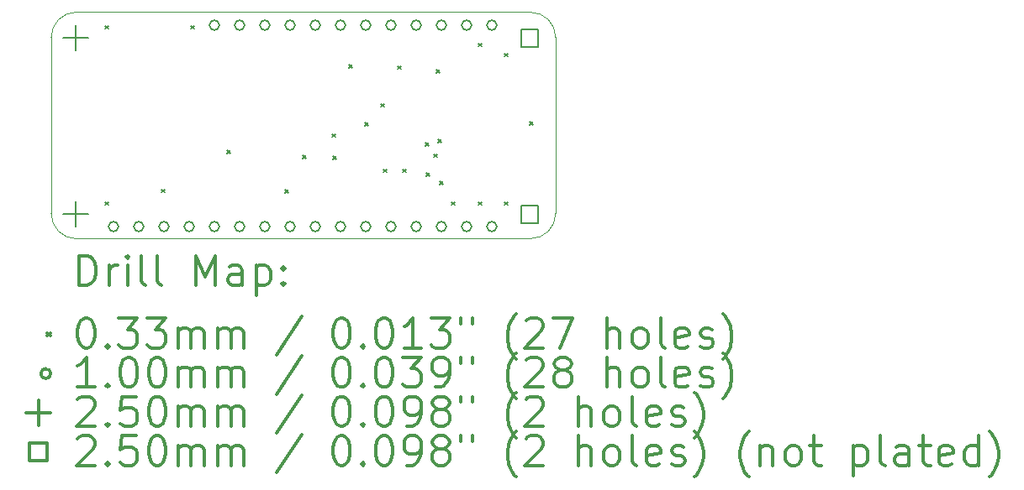
<source format=gbr>
%FSLAX45Y45*%
G04 Gerber Fmt 4.5, Leading zero omitted, Abs format (unit mm)*
G04 Created by KiCad (PCBNEW (5.0.0-rc2-dev-444-g2974a2c10)) date 11/26/19 19:34:55*
%MOMM*%
%LPD*%
G01*
G04 APERTURE LIST*
%ADD10C,0.100000*%
%ADD11C,0.200000*%
%ADD12C,0.300000*%
G04 APERTURE END LIST*
D10*
X10998200Y-10642600D02*
G75*
G02X10744200Y-10388600I0J254000D01*
G01*
X15824200Y-10388600D02*
G75*
G02X15570200Y-10642600I-254000J0D01*
G01*
X10744200Y-8610600D02*
G75*
G02X10998200Y-8356600I254000J0D01*
G01*
X15570200Y-8356600D02*
G75*
G02X15824200Y-8610600I0J-254000D01*
G01*
X10744200Y-8610600D02*
X10744200Y-10388600D01*
X15570200Y-8356600D02*
X10998200Y-8356600D01*
X15824200Y-10388600D02*
X15824200Y-8610600D01*
X10998200Y-10642600D02*
X15570200Y-10642600D01*
D11*
X11286490Y-8492490D02*
X11319510Y-8525510D01*
X11319510Y-8492490D02*
X11286490Y-8525510D01*
X11286490Y-10270490D02*
X11319510Y-10303510D01*
X11319510Y-10270490D02*
X11286490Y-10303510D01*
X11857990Y-10143490D02*
X11891010Y-10176510D01*
X11891010Y-10143490D02*
X11857990Y-10176510D01*
X12150090Y-8492490D02*
X12183110Y-8525510D01*
X12183110Y-8492490D02*
X12150090Y-8525510D01*
X12518390Y-9749790D02*
X12551410Y-9782810D01*
X12551410Y-9749790D02*
X12518390Y-9782810D01*
X13101715Y-10144365D02*
X13134735Y-10177385D01*
X13134735Y-10144365D02*
X13101715Y-10177385D01*
X13280390Y-9800590D02*
X13313410Y-9833610D01*
X13313410Y-9800590D02*
X13280390Y-9833610D01*
X13572490Y-9584690D02*
X13605510Y-9617710D01*
X13605510Y-9584690D02*
X13572490Y-9617710D01*
X13578590Y-9806690D02*
X13611610Y-9839710D01*
X13611610Y-9806690D02*
X13578590Y-9839710D01*
X13743490Y-8883490D02*
X13776510Y-8916510D01*
X13776510Y-8883490D02*
X13743490Y-8916510D01*
X13902690Y-9470390D02*
X13935710Y-9503410D01*
X13935710Y-9470390D02*
X13902690Y-9503410D01*
X14067790Y-9279890D02*
X14100810Y-9312910D01*
X14100810Y-9279890D02*
X14067790Y-9312910D01*
X14093190Y-9940290D02*
X14126210Y-9973310D01*
X14126210Y-9940290D02*
X14093190Y-9973310D01*
X14232890Y-8898890D02*
X14265910Y-8931910D01*
X14265910Y-8898890D02*
X14232890Y-8931910D01*
X14283690Y-9940290D02*
X14316710Y-9973310D01*
X14316710Y-9940290D02*
X14283690Y-9973310D01*
X14510390Y-9671690D02*
X14543410Y-9704710D01*
X14543410Y-9671690D02*
X14510390Y-9704710D01*
X14524990Y-9978390D02*
X14558010Y-10011410D01*
X14558010Y-9978390D02*
X14524990Y-10011410D01*
X14601190Y-9787890D02*
X14634210Y-9820910D01*
X14634210Y-9787890D02*
X14601190Y-9820910D01*
X14623490Y-8938490D02*
X14656510Y-8971510D01*
X14656510Y-8938490D02*
X14623490Y-8971510D01*
X14638490Y-9638490D02*
X14671510Y-9671510D01*
X14671510Y-9638490D02*
X14638490Y-9671510D01*
X14658340Y-10060940D02*
X14691360Y-10093960D01*
X14691360Y-10060940D02*
X14658340Y-10093960D01*
X14778990Y-10270490D02*
X14812010Y-10303510D01*
X14812010Y-10270490D02*
X14778990Y-10303510D01*
X15045690Y-8670290D02*
X15078710Y-8703310D01*
X15078710Y-8670290D02*
X15045690Y-8703310D01*
X15045690Y-10270490D02*
X15078710Y-10303510D01*
X15078710Y-10270490D02*
X15045690Y-10303510D01*
X15312390Y-8771890D02*
X15345410Y-8804910D01*
X15345410Y-8771890D02*
X15312390Y-8804910D01*
X15312390Y-10270490D02*
X15345410Y-10303510D01*
X15345410Y-10270490D02*
X15312390Y-10303510D01*
X15566390Y-9458490D02*
X15599410Y-9491510D01*
X15599410Y-9458490D02*
X15566390Y-9491510D01*
X11421500Y-10520600D02*
G75*
G03X11421500Y-10520600I-50000J0D01*
G01*
X11675500Y-10520600D02*
G75*
G03X11675500Y-10520600I-50000J0D01*
G01*
X11929500Y-10520600D02*
G75*
G03X11929500Y-10520600I-50000J0D01*
G01*
X12183500Y-10520600D02*
G75*
G03X12183500Y-10520600I-50000J0D01*
G01*
X12437500Y-8488600D02*
G75*
G03X12437500Y-8488600I-50000J0D01*
G01*
X12437500Y-10520600D02*
G75*
G03X12437500Y-10520600I-50000J0D01*
G01*
X12691500Y-8488600D02*
G75*
G03X12691500Y-8488600I-50000J0D01*
G01*
X12691500Y-10520600D02*
G75*
G03X12691500Y-10520600I-50000J0D01*
G01*
X12945500Y-8488600D02*
G75*
G03X12945500Y-8488600I-50000J0D01*
G01*
X12945500Y-10520600D02*
G75*
G03X12945500Y-10520600I-50000J0D01*
G01*
X13199500Y-8488600D02*
G75*
G03X13199500Y-8488600I-50000J0D01*
G01*
X13199500Y-10520600D02*
G75*
G03X13199500Y-10520600I-50000J0D01*
G01*
X13453500Y-8488600D02*
G75*
G03X13453500Y-8488600I-50000J0D01*
G01*
X13453500Y-10520600D02*
G75*
G03X13453500Y-10520600I-50000J0D01*
G01*
X13707500Y-8488600D02*
G75*
G03X13707500Y-8488600I-50000J0D01*
G01*
X13707500Y-10520600D02*
G75*
G03X13707500Y-10520600I-50000J0D01*
G01*
X13961500Y-8488600D02*
G75*
G03X13961500Y-8488600I-50000J0D01*
G01*
X13961500Y-10520600D02*
G75*
G03X13961500Y-10520600I-50000J0D01*
G01*
X14215500Y-8488600D02*
G75*
G03X14215500Y-8488600I-50000J0D01*
G01*
X14215500Y-10520600D02*
G75*
G03X14215500Y-10520600I-50000J0D01*
G01*
X14469500Y-8488600D02*
G75*
G03X14469500Y-8488600I-50000J0D01*
G01*
X14469500Y-10520600D02*
G75*
G03X14469500Y-10520600I-50000J0D01*
G01*
X14723500Y-8488600D02*
G75*
G03X14723500Y-8488600I-50000J0D01*
G01*
X14723500Y-10520600D02*
G75*
G03X14723500Y-10520600I-50000J0D01*
G01*
X14977500Y-8488600D02*
G75*
G03X14977500Y-8488600I-50000J0D01*
G01*
X14977500Y-10520600D02*
G75*
G03X14977500Y-10520600I-50000J0D01*
G01*
X15231500Y-8488600D02*
G75*
G03X15231500Y-8488600I-50000J0D01*
G01*
X15231500Y-10520600D02*
G75*
G03X15231500Y-10520600I-50000J0D01*
G01*
X10990500Y-8490600D02*
X10990500Y-8740600D01*
X10865500Y-8615600D02*
X11115500Y-8615600D01*
X10990500Y-10268600D02*
X10990500Y-10518600D01*
X10865500Y-10393600D02*
X11115500Y-10393600D01*
X15650889Y-8703989D02*
X15650889Y-8527211D01*
X15474111Y-8527211D01*
X15474111Y-8703989D01*
X15650889Y-8703989D01*
X15650889Y-10481989D02*
X15650889Y-10305211D01*
X15474111Y-10305211D01*
X15474111Y-10481989D01*
X15650889Y-10481989D01*
D12*
X11025628Y-11113314D02*
X11025628Y-10813314D01*
X11097057Y-10813314D01*
X11139914Y-10827600D01*
X11168486Y-10856172D01*
X11182771Y-10884743D01*
X11197057Y-10941886D01*
X11197057Y-10984743D01*
X11182771Y-11041886D01*
X11168486Y-11070457D01*
X11139914Y-11099029D01*
X11097057Y-11113314D01*
X11025628Y-11113314D01*
X11325628Y-11113314D02*
X11325628Y-10913314D01*
X11325628Y-10970457D02*
X11339914Y-10941886D01*
X11354200Y-10927600D01*
X11382771Y-10913314D01*
X11411343Y-10913314D01*
X11511343Y-11113314D02*
X11511343Y-10913314D01*
X11511343Y-10813314D02*
X11497057Y-10827600D01*
X11511343Y-10841886D01*
X11525628Y-10827600D01*
X11511343Y-10813314D01*
X11511343Y-10841886D01*
X11697057Y-11113314D02*
X11668486Y-11099029D01*
X11654200Y-11070457D01*
X11654200Y-10813314D01*
X11854200Y-11113314D02*
X11825628Y-11099029D01*
X11811343Y-11070457D01*
X11811343Y-10813314D01*
X12197057Y-11113314D02*
X12197057Y-10813314D01*
X12297057Y-11027600D01*
X12397057Y-10813314D01*
X12397057Y-11113314D01*
X12668486Y-11113314D02*
X12668486Y-10956172D01*
X12654200Y-10927600D01*
X12625628Y-10913314D01*
X12568486Y-10913314D01*
X12539914Y-10927600D01*
X12668486Y-11099029D02*
X12639914Y-11113314D01*
X12568486Y-11113314D01*
X12539914Y-11099029D01*
X12525628Y-11070457D01*
X12525628Y-11041886D01*
X12539914Y-11013314D01*
X12568486Y-10999029D01*
X12639914Y-10999029D01*
X12668486Y-10984743D01*
X12811343Y-10913314D02*
X12811343Y-11213314D01*
X12811343Y-10927600D02*
X12839914Y-10913314D01*
X12897057Y-10913314D01*
X12925628Y-10927600D01*
X12939914Y-10941886D01*
X12954200Y-10970457D01*
X12954200Y-11056172D01*
X12939914Y-11084743D01*
X12925628Y-11099029D01*
X12897057Y-11113314D01*
X12839914Y-11113314D01*
X12811343Y-11099029D01*
X13082771Y-11084743D02*
X13097057Y-11099029D01*
X13082771Y-11113314D01*
X13068486Y-11099029D01*
X13082771Y-11084743D01*
X13082771Y-11113314D01*
X13082771Y-10927600D02*
X13097057Y-10941886D01*
X13082771Y-10956172D01*
X13068486Y-10941886D01*
X13082771Y-10927600D01*
X13082771Y-10956172D01*
X10706180Y-11591090D02*
X10739200Y-11624110D01*
X10739200Y-11591090D02*
X10706180Y-11624110D01*
X11082771Y-11443314D02*
X11111343Y-11443314D01*
X11139914Y-11457600D01*
X11154200Y-11471886D01*
X11168486Y-11500457D01*
X11182771Y-11557600D01*
X11182771Y-11629029D01*
X11168486Y-11686171D01*
X11154200Y-11714743D01*
X11139914Y-11729029D01*
X11111343Y-11743314D01*
X11082771Y-11743314D01*
X11054200Y-11729029D01*
X11039914Y-11714743D01*
X11025628Y-11686171D01*
X11011343Y-11629029D01*
X11011343Y-11557600D01*
X11025628Y-11500457D01*
X11039914Y-11471886D01*
X11054200Y-11457600D01*
X11082771Y-11443314D01*
X11311343Y-11714743D02*
X11325628Y-11729029D01*
X11311343Y-11743314D01*
X11297057Y-11729029D01*
X11311343Y-11714743D01*
X11311343Y-11743314D01*
X11425628Y-11443314D02*
X11611343Y-11443314D01*
X11511343Y-11557600D01*
X11554200Y-11557600D01*
X11582771Y-11571886D01*
X11597057Y-11586171D01*
X11611343Y-11614743D01*
X11611343Y-11686171D01*
X11597057Y-11714743D01*
X11582771Y-11729029D01*
X11554200Y-11743314D01*
X11468486Y-11743314D01*
X11439914Y-11729029D01*
X11425628Y-11714743D01*
X11711343Y-11443314D02*
X11897057Y-11443314D01*
X11797057Y-11557600D01*
X11839914Y-11557600D01*
X11868486Y-11571886D01*
X11882771Y-11586171D01*
X11897057Y-11614743D01*
X11897057Y-11686171D01*
X11882771Y-11714743D01*
X11868486Y-11729029D01*
X11839914Y-11743314D01*
X11754200Y-11743314D01*
X11725628Y-11729029D01*
X11711343Y-11714743D01*
X12025628Y-11743314D02*
X12025628Y-11543314D01*
X12025628Y-11571886D02*
X12039914Y-11557600D01*
X12068486Y-11543314D01*
X12111343Y-11543314D01*
X12139914Y-11557600D01*
X12154200Y-11586171D01*
X12154200Y-11743314D01*
X12154200Y-11586171D02*
X12168486Y-11557600D01*
X12197057Y-11543314D01*
X12239914Y-11543314D01*
X12268486Y-11557600D01*
X12282771Y-11586171D01*
X12282771Y-11743314D01*
X12425628Y-11743314D02*
X12425628Y-11543314D01*
X12425628Y-11571886D02*
X12439914Y-11557600D01*
X12468486Y-11543314D01*
X12511343Y-11543314D01*
X12539914Y-11557600D01*
X12554200Y-11586171D01*
X12554200Y-11743314D01*
X12554200Y-11586171D02*
X12568486Y-11557600D01*
X12597057Y-11543314D01*
X12639914Y-11543314D01*
X12668486Y-11557600D01*
X12682771Y-11586171D01*
X12682771Y-11743314D01*
X13268486Y-11429029D02*
X13011343Y-11814743D01*
X13654200Y-11443314D02*
X13682771Y-11443314D01*
X13711343Y-11457600D01*
X13725628Y-11471886D01*
X13739914Y-11500457D01*
X13754200Y-11557600D01*
X13754200Y-11629029D01*
X13739914Y-11686171D01*
X13725628Y-11714743D01*
X13711343Y-11729029D01*
X13682771Y-11743314D01*
X13654200Y-11743314D01*
X13625628Y-11729029D01*
X13611343Y-11714743D01*
X13597057Y-11686171D01*
X13582771Y-11629029D01*
X13582771Y-11557600D01*
X13597057Y-11500457D01*
X13611343Y-11471886D01*
X13625628Y-11457600D01*
X13654200Y-11443314D01*
X13882771Y-11714743D02*
X13897057Y-11729029D01*
X13882771Y-11743314D01*
X13868486Y-11729029D01*
X13882771Y-11714743D01*
X13882771Y-11743314D01*
X14082771Y-11443314D02*
X14111343Y-11443314D01*
X14139914Y-11457600D01*
X14154200Y-11471886D01*
X14168486Y-11500457D01*
X14182771Y-11557600D01*
X14182771Y-11629029D01*
X14168486Y-11686171D01*
X14154200Y-11714743D01*
X14139914Y-11729029D01*
X14111343Y-11743314D01*
X14082771Y-11743314D01*
X14054200Y-11729029D01*
X14039914Y-11714743D01*
X14025628Y-11686171D01*
X14011343Y-11629029D01*
X14011343Y-11557600D01*
X14025628Y-11500457D01*
X14039914Y-11471886D01*
X14054200Y-11457600D01*
X14082771Y-11443314D01*
X14468486Y-11743314D02*
X14297057Y-11743314D01*
X14382771Y-11743314D02*
X14382771Y-11443314D01*
X14354200Y-11486171D01*
X14325628Y-11514743D01*
X14297057Y-11529029D01*
X14568486Y-11443314D02*
X14754200Y-11443314D01*
X14654200Y-11557600D01*
X14697057Y-11557600D01*
X14725628Y-11571886D01*
X14739914Y-11586171D01*
X14754200Y-11614743D01*
X14754200Y-11686171D01*
X14739914Y-11714743D01*
X14725628Y-11729029D01*
X14697057Y-11743314D01*
X14611343Y-11743314D01*
X14582771Y-11729029D01*
X14568486Y-11714743D01*
X14868486Y-11443314D02*
X14868486Y-11500457D01*
X14982771Y-11443314D02*
X14982771Y-11500457D01*
X15425628Y-11857600D02*
X15411343Y-11843314D01*
X15382771Y-11800457D01*
X15368486Y-11771886D01*
X15354200Y-11729029D01*
X15339914Y-11657600D01*
X15339914Y-11600457D01*
X15354200Y-11529029D01*
X15368486Y-11486171D01*
X15382771Y-11457600D01*
X15411343Y-11414743D01*
X15425628Y-11400457D01*
X15525628Y-11471886D02*
X15539914Y-11457600D01*
X15568486Y-11443314D01*
X15639914Y-11443314D01*
X15668486Y-11457600D01*
X15682771Y-11471886D01*
X15697057Y-11500457D01*
X15697057Y-11529029D01*
X15682771Y-11571886D01*
X15511343Y-11743314D01*
X15697057Y-11743314D01*
X15797057Y-11443314D02*
X15997057Y-11443314D01*
X15868486Y-11743314D01*
X16339914Y-11743314D02*
X16339914Y-11443314D01*
X16468486Y-11743314D02*
X16468486Y-11586171D01*
X16454200Y-11557600D01*
X16425628Y-11543314D01*
X16382771Y-11543314D01*
X16354200Y-11557600D01*
X16339914Y-11571886D01*
X16654200Y-11743314D02*
X16625628Y-11729029D01*
X16611343Y-11714743D01*
X16597057Y-11686171D01*
X16597057Y-11600457D01*
X16611343Y-11571886D01*
X16625628Y-11557600D01*
X16654200Y-11543314D01*
X16697057Y-11543314D01*
X16725628Y-11557600D01*
X16739914Y-11571886D01*
X16754200Y-11600457D01*
X16754200Y-11686171D01*
X16739914Y-11714743D01*
X16725628Y-11729029D01*
X16697057Y-11743314D01*
X16654200Y-11743314D01*
X16925628Y-11743314D02*
X16897057Y-11729029D01*
X16882771Y-11700457D01*
X16882771Y-11443314D01*
X17154200Y-11729029D02*
X17125628Y-11743314D01*
X17068486Y-11743314D01*
X17039914Y-11729029D01*
X17025628Y-11700457D01*
X17025628Y-11586171D01*
X17039914Y-11557600D01*
X17068486Y-11543314D01*
X17125628Y-11543314D01*
X17154200Y-11557600D01*
X17168486Y-11586171D01*
X17168486Y-11614743D01*
X17025628Y-11643314D01*
X17282771Y-11729029D02*
X17311343Y-11743314D01*
X17368486Y-11743314D01*
X17397057Y-11729029D01*
X17411343Y-11700457D01*
X17411343Y-11686171D01*
X17397057Y-11657600D01*
X17368486Y-11643314D01*
X17325628Y-11643314D01*
X17297057Y-11629029D01*
X17282771Y-11600457D01*
X17282771Y-11586171D01*
X17297057Y-11557600D01*
X17325628Y-11543314D01*
X17368486Y-11543314D01*
X17397057Y-11557600D01*
X17511343Y-11857600D02*
X17525628Y-11843314D01*
X17554200Y-11800457D01*
X17568486Y-11771886D01*
X17582771Y-11729029D01*
X17597057Y-11657600D01*
X17597057Y-11600457D01*
X17582771Y-11529029D01*
X17568486Y-11486171D01*
X17554200Y-11457600D01*
X17525628Y-11414743D01*
X17511343Y-11400457D01*
X10739200Y-12003600D02*
G75*
G03X10739200Y-12003600I-50000J0D01*
G01*
X11182771Y-12139314D02*
X11011343Y-12139314D01*
X11097057Y-12139314D02*
X11097057Y-11839314D01*
X11068486Y-11882171D01*
X11039914Y-11910743D01*
X11011343Y-11925029D01*
X11311343Y-12110743D02*
X11325628Y-12125029D01*
X11311343Y-12139314D01*
X11297057Y-12125029D01*
X11311343Y-12110743D01*
X11311343Y-12139314D01*
X11511343Y-11839314D02*
X11539914Y-11839314D01*
X11568486Y-11853600D01*
X11582771Y-11867886D01*
X11597057Y-11896457D01*
X11611343Y-11953600D01*
X11611343Y-12025029D01*
X11597057Y-12082171D01*
X11582771Y-12110743D01*
X11568486Y-12125029D01*
X11539914Y-12139314D01*
X11511343Y-12139314D01*
X11482771Y-12125029D01*
X11468486Y-12110743D01*
X11454200Y-12082171D01*
X11439914Y-12025029D01*
X11439914Y-11953600D01*
X11454200Y-11896457D01*
X11468486Y-11867886D01*
X11482771Y-11853600D01*
X11511343Y-11839314D01*
X11797057Y-11839314D02*
X11825628Y-11839314D01*
X11854200Y-11853600D01*
X11868486Y-11867886D01*
X11882771Y-11896457D01*
X11897057Y-11953600D01*
X11897057Y-12025029D01*
X11882771Y-12082171D01*
X11868486Y-12110743D01*
X11854200Y-12125029D01*
X11825628Y-12139314D01*
X11797057Y-12139314D01*
X11768486Y-12125029D01*
X11754200Y-12110743D01*
X11739914Y-12082171D01*
X11725628Y-12025029D01*
X11725628Y-11953600D01*
X11739914Y-11896457D01*
X11754200Y-11867886D01*
X11768486Y-11853600D01*
X11797057Y-11839314D01*
X12025628Y-12139314D02*
X12025628Y-11939314D01*
X12025628Y-11967886D02*
X12039914Y-11953600D01*
X12068486Y-11939314D01*
X12111343Y-11939314D01*
X12139914Y-11953600D01*
X12154200Y-11982171D01*
X12154200Y-12139314D01*
X12154200Y-11982171D02*
X12168486Y-11953600D01*
X12197057Y-11939314D01*
X12239914Y-11939314D01*
X12268486Y-11953600D01*
X12282771Y-11982171D01*
X12282771Y-12139314D01*
X12425628Y-12139314D02*
X12425628Y-11939314D01*
X12425628Y-11967886D02*
X12439914Y-11953600D01*
X12468486Y-11939314D01*
X12511343Y-11939314D01*
X12539914Y-11953600D01*
X12554200Y-11982171D01*
X12554200Y-12139314D01*
X12554200Y-11982171D02*
X12568486Y-11953600D01*
X12597057Y-11939314D01*
X12639914Y-11939314D01*
X12668486Y-11953600D01*
X12682771Y-11982171D01*
X12682771Y-12139314D01*
X13268486Y-11825029D02*
X13011343Y-12210743D01*
X13654200Y-11839314D02*
X13682771Y-11839314D01*
X13711343Y-11853600D01*
X13725628Y-11867886D01*
X13739914Y-11896457D01*
X13754200Y-11953600D01*
X13754200Y-12025029D01*
X13739914Y-12082171D01*
X13725628Y-12110743D01*
X13711343Y-12125029D01*
X13682771Y-12139314D01*
X13654200Y-12139314D01*
X13625628Y-12125029D01*
X13611343Y-12110743D01*
X13597057Y-12082171D01*
X13582771Y-12025029D01*
X13582771Y-11953600D01*
X13597057Y-11896457D01*
X13611343Y-11867886D01*
X13625628Y-11853600D01*
X13654200Y-11839314D01*
X13882771Y-12110743D02*
X13897057Y-12125029D01*
X13882771Y-12139314D01*
X13868486Y-12125029D01*
X13882771Y-12110743D01*
X13882771Y-12139314D01*
X14082771Y-11839314D02*
X14111343Y-11839314D01*
X14139914Y-11853600D01*
X14154200Y-11867886D01*
X14168486Y-11896457D01*
X14182771Y-11953600D01*
X14182771Y-12025029D01*
X14168486Y-12082171D01*
X14154200Y-12110743D01*
X14139914Y-12125029D01*
X14111343Y-12139314D01*
X14082771Y-12139314D01*
X14054200Y-12125029D01*
X14039914Y-12110743D01*
X14025628Y-12082171D01*
X14011343Y-12025029D01*
X14011343Y-11953600D01*
X14025628Y-11896457D01*
X14039914Y-11867886D01*
X14054200Y-11853600D01*
X14082771Y-11839314D01*
X14282771Y-11839314D02*
X14468486Y-11839314D01*
X14368486Y-11953600D01*
X14411343Y-11953600D01*
X14439914Y-11967886D01*
X14454200Y-11982171D01*
X14468486Y-12010743D01*
X14468486Y-12082171D01*
X14454200Y-12110743D01*
X14439914Y-12125029D01*
X14411343Y-12139314D01*
X14325628Y-12139314D01*
X14297057Y-12125029D01*
X14282771Y-12110743D01*
X14611343Y-12139314D02*
X14668486Y-12139314D01*
X14697057Y-12125029D01*
X14711343Y-12110743D01*
X14739914Y-12067886D01*
X14754200Y-12010743D01*
X14754200Y-11896457D01*
X14739914Y-11867886D01*
X14725628Y-11853600D01*
X14697057Y-11839314D01*
X14639914Y-11839314D01*
X14611343Y-11853600D01*
X14597057Y-11867886D01*
X14582771Y-11896457D01*
X14582771Y-11967886D01*
X14597057Y-11996457D01*
X14611343Y-12010743D01*
X14639914Y-12025029D01*
X14697057Y-12025029D01*
X14725628Y-12010743D01*
X14739914Y-11996457D01*
X14754200Y-11967886D01*
X14868486Y-11839314D02*
X14868486Y-11896457D01*
X14982771Y-11839314D02*
X14982771Y-11896457D01*
X15425628Y-12253600D02*
X15411343Y-12239314D01*
X15382771Y-12196457D01*
X15368486Y-12167886D01*
X15354200Y-12125029D01*
X15339914Y-12053600D01*
X15339914Y-11996457D01*
X15354200Y-11925029D01*
X15368486Y-11882171D01*
X15382771Y-11853600D01*
X15411343Y-11810743D01*
X15425628Y-11796457D01*
X15525628Y-11867886D02*
X15539914Y-11853600D01*
X15568486Y-11839314D01*
X15639914Y-11839314D01*
X15668486Y-11853600D01*
X15682771Y-11867886D01*
X15697057Y-11896457D01*
X15697057Y-11925029D01*
X15682771Y-11967886D01*
X15511343Y-12139314D01*
X15697057Y-12139314D01*
X15868486Y-11967886D02*
X15839914Y-11953600D01*
X15825628Y-11939314D01*
X15811343Y-11910743D01*
X15811343Y-11896457D01*
X15825628Y-11867886D01*
X15839914Y-11853600D01*
X15868486Y-11839314D01*
X15925628Y-11839314D01*
X15954200Y-11853600D01*
X15968486Y-11867886D01*
X15982771Y-11896457D01*
X15982771Y-11910743D01*
X15968486Y-11939314D01*
X15954200Y-11953600D01*
X15925628Y-11967886D01*
X15868486Y-11967886D01*
X15839914Y-11982171D01*
X15825628Y-11996457D01*
X15811343Y-12025029D01*
X15811343Y-12082171D01*
X15825628Y-12110743D01*
X15839914Y-12125029D01*
X15868486Y-12139314D01*
X15925628Y-12139314D01*
X15954200Y-12125029D01*
X15968486Y-12110743D01*
X15982771Y-12082171D01*
X15982771Y-12025029D01*
X15968486Y-11996457D01*
X15954200Y-11982171D01*
X15925628Y-11967886D01*
X16339914Y-12139314D02*
X16339914Y-11839314D01*
X16468486Y-12139314D02*
X16468486Y-11982171D01*
X16454200Y-11953600D01*
X16425628Y-11939314D01*
X16382771Y-11939314D01*
X16354200Y-11953600D01*
X16339914Y-11967886D01*
X16654200Y-12139314D02*
X16625628Y-12125029D01*
X16611343Y-12110743D01*
X16597057Y-12082171D01*
X16597057Y-11996457D01*
X16611343Y-11967886D01*
X16625628Y-11953600D01*
X16654200Y-11939314D01*
X16697057Y-11939314D01*
X16725628Y-11953600D01*
X16739914Y-11967886D01*
X16754200Y-11996457D01*
X16754200Y-12082171D01*
X16739914Y-12110743D01*
X16725628Y-12125029D01*
X16697057Y-12139314D01*
X16654200Y-12139314D01*
X16925628Y-12139314D02*
X16897057Y-12125029D01*
X16882771Y-12096457D01*
X16882771Y-11839314D01*
X17154200Y-12125029D02*
X17125628Y-12139314D01*
X17068486Y-12139314D01*
X17039914Y-12125029D01*
X17025628Y-12096457D01*
X17025628Y-11982171D01*
X17039914Y-11953600D01*
X17068486Y-11939314D01*
X17125628Y-11939314D01*
X17154200Y-11953600D01*
X17168486Y-11982171D01*
X17168486Y-12010743D01*
X17025628Y-12039314D01*
X17282771Y-12125029D02*
X17311343Y-12139314D01*
X17368486Y-12139314D01*
X17397057Y-12125029D01*
X17411343Y-12096457D01*
X17411343Y-12082171D01*
X17397057Y-12053600D01*
X17368486Y-12039314D01*
X17325628Y-12039314D01*
X17297057Y-12025029D01*
X17282771Y-11996457D01*
X17282771Y-11982171D01*
X17297057Y-11953600D01*
X17325628Y-11939314D01*
X17368486Y-11939314D01*
X17397057Y-11953600D01*
X17511343Y-12253600D02*
X17525628Y-12239314D01*
X17554200Y-12196457D01*
X17568486Y-12167886D01*
X17582771Y-12125029D01*
X17597057Y-12053600D01*
X17597057Y-11996457D01*
X17582771Y-11925029D01*
X17568486Y-11882171D01*
X17554200Y-11853600D01*
X17525628Y-11810743D01*
X17511343Y-11796457D01*
X10614200Y-12274600D02*
X10614200Y-12524600D01*
X10489200Y-12399600D02*
X10739200Y-12399600D01*
X11011343Y-12263886D02*
X11025628Y-12249600D01*
X11054200Y-12235314D01*
X11125628Y-12235314D01*
X11154200Y-12249600D01*
X11168486Y-12263886D01*
X11182771Y-12292457D01*
X11182771Y-12321029D01*
X11168486Y-12363886D01*
X10997057Y-12535314D01*
X11182771Y-12535314D01*
X11311343Y-12506743D02*
X11325628Y-12521029D01*
X11311343Y-12535314D01*
X11297057Y-12521029D01*
X11311343Y-12506743D01*
X11311343Y-12535314D01*
X11597057Y-12235314D02*
X11454200Y-12235314D01*
X11439914Y-12378171D01*
X11454200Y-12363886D01*
X11482771Y-12349600D01*
X11554200Y-12349600D01*
X11582771Y-12363886D01*
X11597057Y-12378171D01*
X11611343Y-12406743D01*
X11611343Y-12478171D01*
X11597057Y-12506743D01*
X11582771Y-12521029D01*
X11554200Y-12535314D01*
X11482771Y-12535314D01*
X11454200Y-12521029D01*
X11439914Y-12506743D01*
X11797057Y-12235314D02*
X11825628Y-12235314D01*
X11854200Y-12249600D01*
X11868486Y-12263886D01*
X11882771Y-12292457D01*
X11897057Y-12349600D01*
X11897057Y-12421029D01*
X11882771Y-12478171D01*
X11868486Y-12506743D01*
X11854200Y-12521029D01*
X11825628Y-12535314D01*
X11797057Y-12535314D01*
X11768486Y-12521029D01*
X11754200Y-12506743D01*
X11739914Y-12478171D01*
X11725628Y-12421029D01*
X11725628Y-12349600D01*
X11739914Y-12292457D01*
X11754200Y-12263886D01*
X11768486Y-12249600D01*
X11797057Y-12235314D01*
X12025628Y-12535314D02*
X12025628Y-12335314D01*
X12025628Y-12363886D02*
X12039914Y-12349600D01*
X12068486Y-12335314D01*
X12111343Y-12335314D01*
X12139914Y-12349600D01*
X12154200Y-12378171D01*
X12154200Y-12535314D01*
X12154200Y-12378171D02*
X12168486Y-12349600D01*
X12197057Y-12335314D01*
X12239914Y-12335314D01*
X12268486Y-12349600D01*
X12282771Y-12378171D01*
X12282771Y-12535314D01*
X12425628Y-12535314D02*
X12425628Y-12335314D01*
X12425628Y-12363886D02*
X12439914Y-12349600D01*
X12468486Y-12335314D01*
X12511343Y-12335314D01*
X12539914Y-12349600D01*
X12554200Y-12378171D01*
X12554200Y-12535314D01*
X12554200Y-12378171D02*
X12568486Y-12349600D01*
X12597057Y-12335314D01*
X12639914Y-12335314D01*
X12668486Y-12349600D01*
X12682771Y-12378171D01*
X12682771Y-12535314D01*
X13268486Y-12221029D02*
X13011343Y-12606743D01*
X13654200Y-12235314D02*
X13682771Y-12235314D01*
X13711343Y-12249600D01*
X13725628Y-12263886D01*
X13739914Y-12292457D01*
X13754200Y-12349600D01*
X13754200Y-12421029D01*
X13739914Y-12478171D01*
X13725628Y-12506743D01*
X13711343Y-12521029D01*
X13682771Y-12535314D01*
X13654200Y-12535314D01*
X13625628Y-12521029D01*
X13611343Y-12506743D01*
X13597057Y-12478171D01*
X13582771Y-12421029D01*
X13582771Y-12349600D01*
X13597057Y-12292457D01*
X13611343Y-12263886D01*
X13625628Y-12249600D01*
X13654200Y-12235314D01*
X13882771Y-12506743D02*
X13897057Y-12521029D01*
X13882771Y-12535314D01*
X13868486Y-12521029D01*
X13882771Y-12506743D01*
X13882771Y-12535314D01*
X14082771Y-12235314D02*
X14111343Y-12235314D01*
X14139914Y-12249600D01*
X14154200Y-12263886D01*
X14168486Y-12292457D01*
X14182771Y-12349600D01*
X14182771Y-12421029D01*
X14168486Y-12478171D01*
X14154200Y-12506743D01*
X14139914Y-12521029D01*
X14111343Y-12535314D01*
X14082771Y-12535314D01*
X14054200Y-12521029D01*
X14039914Y-12506743D01*
X14025628Y-12478171D01*
X14011343Y-12421029D01*
X14011343Y-12349600D01*
X14025628Y-12292457D01*
X14039914Y-12263886D01*
X14054200Y-12249600D01*
X14082771Y-12235314D01*
X14325628Y-12535314D02*
X14382771Y-12535314D01*
X14411343Y-12521029D01*
X14425628Y-12506743D01*
X14454200Y-12463886D01*
X14468486Y-12406743D01*
X14468486Y-12292457D01*
X14454200Y-12263886D01*
X14439914Y-12249600D01*
X14411343Y-12235314D01*
X14354200Y-12235314D01*
X14325628Y-12249600D01*
X14311343Y-12263886D01*
X14297057Y-12292457D01*
X14297057Y-12363886D01*
X14311343Y-12392457D01*
X14325628Y-12406743D01*
X14354200Y-12421029D01*
X14411343Y-12421029D01*
X14439914Y-12406743D01*
X14454200Y-12392457D01*
X14468486Y-12363886D01*
X14639914Y-12363886D02*
X14611343Y-12349600D01*
X14597057Y-12335314D01*
X14582771Y-12306743D01*
X14582771Y-12292457D01*
X14597057Y-12263886D01*
X14611343Y-12249600D01*
X14639914Y-12235314D01*
X14697057Y-12235314D01*
X14725628Y-12249600D01*
X14739914Y-12263886D01*
X14754200Y-12292457D01*
X14754200Y-12306743D01*
X14739914Y-12335314D01*
X14725628Y-12349600D01*
X14697057Y-12363886D01*
X14639914Y-12363886D01*
X14611343Y-12378171D01*
X14597057Y-12392457D01*
X14582771Y-12421029D01*
X14582771Y-12478171D01*
X14597057Y-12506743D01*
X14611343Y-12521029D01*
X14639914Y-12535314D01*
X14697057Y-12535314D01*
X14725628Y-12521029D01*
X14739914Y-12506743D01*
X14754200Y-12478171D01*
X14754200Y-12421029D01*
X14739914Y-12392457D01*
X14725628Y-12378171D01*
X14697057Y-12363886D01*
X14868486Y-12235314D02*
X14868486Y-12292457D01*
X14982771Y-12235314D02*
X14982771Y-12292457D01*
X15425628Y-12649600D02*
X15411343Y-12635314D01*
X15382771Y-12592457D01*
X15368486Y-12563886D01*
X15354200Y-12521029D01*
X15339914Y-12449600D01*
X15339914Y-12392457D01*
X15354200Y-12321029D01*
X15368486Y-12278171D01*
X15382771Y-12249600D01*
X15411343Y-12206743D01*
X15425628Y-12192457D01*
X15525628Y-12263886D02*
X15539914Y-12249600D01*
X15568486Y-12235314D01*
X15639914Y-12235314D01*
X15668486Y-12249600D01*
X15682771Y-12263886D01*
X15697057Y-12292457D01*
X15697057Y-12321029D01*
X15682771Y-12363886D01*
X15511343Y-12535314D01*
X15697057Y-12535314D01*
X16054200Y-12535314D02*
X16054200Y-12235314D01*
X16182771Y-12535314D02*
X16182771Y-12378171D01*
X16168486Y-12349600D01*
X16139914Y-12335314D01*
X16097057Y-12335314D01*
X16068486Y-12349600D01*
X16054200Y-12363886D01*
X16368486Y-12535314D02*
X16339914Y-12521029D01*
X16325628Y-12506743D01*
X16311343Y-12478171D01*
X16311343Y-12392457D01*
X16325628Y-12363886D01*
X16339914Y-12349600D01*
X16368486Y-12335314D01*
X16411343Y-12335314D01*
X16439914Y-12349600D01*
X16454200Y-12363886D01*
X16468486Y-12392457D01*
X16468486Y-12478171D01*
X16454200Y-12506743D01*
X16439914Y-12521029D01*
X16411343Y-12535314D01*
X16368486Y-12535314D01*
X16639914Y-12535314D02*
X16611343Y-12521029D01*
X16597057Y-12492457D01*
X16597057Y-12235314D01*
X16868486Y-12521029D02*
X16839914Y-12535314D01*
X16782771Y-12535314D01*
X16754200Y-12521029D01*
X16739914Y-12492457D01*
X16739914Y-12378171D01*
X16754200Y-12349600D01*
X16782771Y-12335314D01*
X16839914Y-12335314D01*
X16868486Y-12349600D01*
X16882771Y-12378171D01*
X16882771Y-12406743D01*
X16739914Y-12435314D01*
X16997057Y-12521029D02*
X17025628Y-12535314D01*
X17082771Y-12535314D01*
X17111343Y-12521029D01*
X17125628Y-12492457D01*
X17125628Y-12478171D01*
X17111343Y-12449600D01*
X17082771Y-12435314D01*
X17039914Y-12435314D01*
X17011343Y-12421029D01*
X16997057Y-12392457D01*
X16997057Y-12378171D01*
X17011343Y-12349600D01*
X17039914Y-12335314D01*
X17082771Y-12335314D01*
X17111343Y-12349600D01*
X17225628Y-12649600D02*
X17239914Y-12635314D01*
X17268486Y-12592457D01*
X17282771Y-12563886D01*
X17297057Y-12521029D01*
X17311343Y-12449600D01*
X17311343Y-12392457D01*
X17297057Y-12321029D01*
X17282771Y-12278171D01*
X17268486Y-12249600D01*
X17239914Y-12206743D01*
X17225628Y-12192457D01*
X10702589Y-12883989D02*
X10702589Y-12707211D01*
X10525811Y-12707211D01*
X10525811Y-12883989D01*
X10702589Y-12883989D01*
X11011343Y-12659886D02*
X11025628Y-12645600D01*
X11054200Y-12631314D01*
X11125628Y-12631314D01*
X11154200Y-12645600D01*
X11168486Y-12659886D01*
X11182771Y-12688457D01*
X11182771Y-12717029D01*
X11168486Y-12759886D01*
X10997057Y-12931314D01*
X11182771Y-12931314D01*
X11311343Y-12902743D02*
X11325628Y-12917029D01*
X11311343Y-12931314D01*
X11297057Y-12917029D01*
X11311343Y-12902743D01*
X11311343Y-12931314D01*
X11597057Y-12631314D02*
X11454200Y-12631314D01*
X11439914Y-12774171D01*
X11454200Y-12759886D01*
X11482771Y-12745600D01*
X11554200Y-12745600D01*
X11582771Y-12759886D01*
X11597057Y-12774171D01*
X11611343Y-12802743D01*
X11611343Y-12874171D01*
X11597057Y-12902743D01*
X11582771Y-12917029D01*
X11554200Y-12931314D01*
X11482771Y-12931314D01*
X11454200Y-12917029D01*
X11439914Y-12902743D01*
X11797057Y-12631314D02*
X11825628Y-12631314D01*
X11854200Y-12645600D01*
X11868486Y-12659886D01*
X11882771Y-12688457D01*
X11897057Y-12745600D01*
X11897057Y-12817029D01*
X11882771Y-12874171D01*
X11868486Y-12902743D01*
X11854200Y-12917029D01*
X11825628Y-12931314D01*
X11797057Y-12931314D01*
X11768486Y-12917029D01*
X11754200Y-12902743D01*
X11739914Y-12874171D01*
X11725628Y-12817029D01*
X11725628Y-12745600D01*
X11739914Y-12688457D01*
X11754200Y-12659886D01*
X11768486Y-12645600D01*
X11797057Y-12631314D01*
X12025628Y-12931314D02*
X12025628Y-12731314D01*
X12025628Y-12759886D02*
X12039914Y-12745600D01*
X12068486Y-12731314D01*
X12111343Y-12731314D01*
X12139914Y-12745600D01*
X12154200Y-12774171D01*
X12154200Y-12931314D01*
X12154200Y-12774171D02*
X12168486Y-12745600D01*
X12197057Y-12731314D01*
X12239914Y-12731314D01*
X12268486Y-12745600D01*
X12282771Y-12774171D01*
X12282771Y-12931314D01*
X12425628Y-12931314D02*
X12425628Y-12731314D01*
X12425628Y-12759886D02*
X12439914Y-12745600D01*
X12468486Y-12731314D01*
X12511343Y-12731314D01*
X12539914Y-12745600D01*
X12554200Y-12774171D01*
X12554200Y-12931314D01*
X12554200Y-12774171D02*
X12568486Y-12745600D01*
X12597057Y-12731314D01*
X12639914Y-12731314D01*
X12668486Y-12745600D01*
X12682771Y-12774171D01*
X12682771Y-12931314D01*
X13268486Y-12617029D02*
X13011343Y-13002743D01*
X13654200Y-12631314D02*
X13682771Y-12631314D01*
X13711343Y-12645600D01*
X13725628Y-12659886D01*
X13739914Y-12688457D01*
X13754200Y-12745600D01*
X13754200Y-12817029D01*
X13739914Y-12874171D01*
X13725628Y-12902743D01*
X13711343Y-12917029D01*
X13682771Y-12931314D01*
X13654200Y-12931314D01*
X13625628Y-12917029D01*
X13611343Y-12902743D01*
X13597057Y-12874171D01*
X13582771Y-12817029D01*
X13582771Y-12745600D01*
X13597057Y-12688457D01*
X13611343Y-12659886D01*
X13625628Y-12645600D01*
X13654200Y-12631314D01*
X13882771Y-12902743D02*
X13897057Y-12917029D01*
X13882771Y-12931314D01*
X13868486Y-12917029D01*
X13882771Y-12902743D01*
X13882771Y-12931314D01*
X14082771Y-12631314D02*
X14111343Y-12631314D01*
X14139914Y-12645600D01*
X14154200Y-12659886D01*
X14168486Y-12688457D01*
X14182771Y-12745600D01*
X14182771Y-12817029D01*
X14168486Y-12874171D01*
X14154200Y-12902743D01*
X14139914Y-12917029D01*
X14111343Y-12931314D01*
X14082771Y-12931314D01*
X14054200Y-12917029D01*
X14039914Y-12902743D01*
X14025628Y-12874171D01*
X14011343Y-12817029D01*
X14011343Y-12745600D01*
X14025628Y-12688457D01*
X14039914Y-12659886D01*
X14054200Y-12645600D01*
X14082771Y-12631314D01*
X14325628Y-12931314D02*
X14382771Y-12931314D01*
X14411343Y-12917029D01*
X14425628Y-12902743D01*
X14454200Y-12859886D01*
X14468486Y-12802743D01*
X14468486Y-12688457D01*
X14454200Y-12659886D01*
X14439914Y-12645600D01*
X14411343Y-12631314D01*
X14354200Y-12631314D01*
X14325628Y-12645600D01*
X14311343Y-12659886D01*
X14297057Y-12688457D01*
X14297057Y-12759886D01*
X14311343Y-12788457D01*
X14325628Y-12802743D01*
X14354200Y-12817029D01*
X14411343Y-12817029D01*
X14439914Y-12802743D01*
X14454200Y-12788457D01*
X14468486Y-12759886D01*
X14639914Y-12759886D02*
X14611343Y-12745600D01*
X14597057Y-12731314D01*
X14582771Y-12702743D01*
X14582771Y-12688457D01*
X14597057Y-12659886D01*
X14611343Y-12645600D01*
X14639914Y-12631314D01*
X14697057Y-12631314D01*
X14725628Y-12645600D01*
X14739914Y-12659886D01*
X14754200Y-12688457D01*
X14754200Y-12702743D01*
X14739914Y-12731314D01*
X14725628Y-12745600D01*
X14697057Y-12759886D01*
X14639914Y-12759886D01*
X14611343Y-12774171D01*
X14597057Y-12788457D01*
X14582771Y-12817029D01*
X14582771Y-12874171D01*
X14597057Y-12902743D01*
X14611343Y-12917029D01*
X14639914Y-12931314D01*
X14697057Y-12931314D01*
X14725628Y-12917029D01*
X14739914Y-12902743D01*
X14754200Y-12874171D01*
X14754200Y-12817029D01*
X14739914Y-12788457D01*
X14725628Y-12774171D01*
X14697057Y-12759886D01*
X14868486Y-12631314D02*
X14868486Y-12688457D01*
X14982771Y-12631314D02*
X14982771Y-12688457D01*
X15425628Y-13045600D02*
X15411343Y-13031314D01*
X15382771Y-12988457D01*
X15368486Y-12959886D01*
X15354200Y-12917029D01*
X15339914Y-12845600D01*
X15339914Y-12788457D01*
X15354200Y-12717029D01*
X15368486Y-12674171D01*
X15382771Y-12645600D01*
X15411343Y-12602743D01*
X15425628Y-12588457D01*
X15525628Y-12659886D02*
X15539914Y-12645600D01*
X15568486Y-12631314D01*
X15639914Y-12631314D01*
X15668486Y-12645600D01*
X15682771Y-12659886D01*
X15697057Y-12688457D01*
X15697057Y-12717029D01*
X15682771Y-12759886D01*
X15511343Y-12931314D01*
X15697057Y-12931314D01*
X16054200Y-12931314D02*
X16054200Y-12631314D01*
X16182771Y-12931314D02*
X16182771Y-12774171D01*
X16168486Y-12745600D01*
X16139914Y-12731314D01*
X16097057Y-12731314D01*
X16068486Y-12745600D01*
X16054200Y-12759886D01*
X16368486Y-12931314D02*
X16339914Y-12917029D01*
X16325628Y-12902743D01*
X16311343Y-12874171D01*
X16311343Y-12788457D01*
X16325628Y-12759886D01*
X16339914Y-12745600D01*
X16368486Y-12731314D01*
X16411343Y-12731314D01*
X16439914Y-12745600D01*
X16454200Y-12759886D01*
X16468486Y-12788457D01*
X16468486Y-12874171D01*
X16454200Y-12902743D01*
X16439914Y-12917029D01*
X16411343Y-12931314D01*
X16368486Y-12931314D01*
X16639914Y-12931314D02*
X16611343Y-12917029D01*
X16597057Y-12888457D01*
X16597057Y-12631314D01*
X16868486Y-12917029D02*
X16839914Y-12931314D01*
X16782771Y-12931314D01*
X16754200Y-12917029D01*
X16739914Y-12888457D01*
X16739914Y-12774171D01*
X16754200Y-12745600D01*
X16782771Y-12731314D01*
X16839914Y-12731314D01*
X16868486Y-12745600D01*
X16882771Y-12774171D01*
X16882771Y-12802743D01*
X16739914Y-12831314D01*
X16997057Y-12917029D02*
X17025628Y-12931314D01*
X17082771Y-12931314D01*
X17111343Y-12917029D01*
X17125628Y-12888457D01*
X17125628Y-12874171D01*
X17111343Y-12845600D01*
X17082771Y-12831314D01*
X17039914Y-12831314D01*
X17011343Y-12817029D01*
X16997057Y-12788457D01*
X16997057Y-12774171D01*
X17011343Y-12745600D01*
X17039914Y-12731314D01*
X17082771Y-12731314D01*
X17111343Y-12745600D01*
X17225628Y-13045600D02*
X17239914Y-13031314D01*
X17268486Y-12988457D01*
X17282771Y-12959886D01*
X17297057Y-12917029D01*
X17311343Y-12845600D01*
X17311343Y-12788457D01*
X17297057Y-12717029D01*
X17282771Y-12674171D01*
X17268486Y-12645600D01*
X17239914Y-12602743D01*
X17225628Y-12588457D01*
X17768486Y-13045600D02*
X17754200Y-13031314D01*
X17725628Y-12988457D01*
X17711343Y-12959886D01*
X17697057Y-12917029D01*
X17682771Y-12845600D01*
X17682771Y-12788457D01*
X17697057Y-12717029D01*
X17711343Y-12674171D01*
X17725628Y-12645600D01*
X17754200Y-12602743D01*
X17768486Y-12588457D01*
X17882771Y-12731314D02*
X17882771Y-12931314D01*
X17882771Y-12759886D02*
X17897057Y-12745600D01*
X17925628Y-12731314D01*
X17968486Y-12731314D01*
X17997057Y-12745600D01*
X18011343Y-12774171D01*
X18011343Y-12931314D01*
X18197057Y-12931314D02*
X18168486Y-12917029D01*
X18154200Y-12902743D01*
X18139914Y-12874171D01*
X18139914Y-12788457D01*
X18154200Y-12759886D01*
X18168486Y-12745600D01*
X18197057Y-12731314D01*
X18239914Y-12731314D01*
X18268486Y-12745600D01*
X18282771Y-12759886D01*
X18297057Y-12788457D01*
X18297057Y-12874171D01*
X18282771Y-12902743D01*
X18268486Y-12917029D01*
X18239914Y-12931314D01*
X18197057Y-12931314D01*
X18382771Y-12731314D02*
X18497057Y-12731314D01*
X18425628Y-12631314D02*
X18425628Y-12888457D01*
X18439914Y-12917029D01*
X18468486Y-12931314D01*
X18497057Y-12931314D01*
X18825628Y-12731314D02*
X18825628Y-13031314D01*
X18825628Y-12745600D02*
X18854200Y-12731314D01*
X18911343Y-12731314D01*
X18939914Y-12745600D01*
X18954200Y-12759886D01*
X18968486Y-12788457D01*
X18968486Y-12874171D01*
X18954200Y-12902743D01*
X18939914Y-12917029D01*
X18911343Y-12931314D01*
X18854200Y-12931314D01*
X18825628Y-12917029D01*
X19139914Y-12931314D02*
X19111343Y-12917029D01*
X19097057Y-12888457D01*
X19097057Y-12631314D01*
X19382771Y-12931314D02*
X19382771Y-12774171D01*
X19368486Y-12745600D01*
X19339914Y-12731314D01*
X19282771Y-12731314D01*
X19254200Y-12745600D01*
X19382771Y-12917029D02*
X19354200Y-12931314D01*
X19282771Y-12931314D01*
X19254200Y-12917029D01*
X19239914Y-12888457D01*
X19239914Y-12859886D01*
X19254200Y-12831314D01*
X19282771Y-12817029D01*
X19354200Y-12817029D01*
X19382771Y-12802743D01*
X19482771Y-12731314D02*
X19597057Y-12731314D01*
X19525628Y-12631314D02*
X19525628Y-12888457D01*
X19539914Y-12917029D01*
X19568486Y-12931314D01*
X19597057Y-12931314D01*
X19811343Y-12917029D02*
X19782771Y-12931314D01*
X19725628Y-12931314D01*
X19697057Y-12917029D01*
X19682771Y-12888457D01*
X19682771Y-12774171D01*
X19697057Y-12745600D01*
X19725628Y-12731314D01*
X19782771Y-12731314D01*
X19811343Y-12745600D01*
X19825628Y-12774171D01*
X19825628Y-12802743D01*
X19682771Y-12831314D01*
X20082771Y-12931314D02*
X20082771Y-12631314D01*
X20082771Y-12917029D02*
X20054200Y-12931314D01*
X19997057Y-12931314D01*
X19968486Y-12917029D01*
X19954200Y-12902743D01*
X19939914Y-12874171D01*
X19939914Y-12788457D01*
X19954200Y-12759886D01*
X19968486Y-12745600D01*
X19997057Y-12731314D01*
X20054200Y-12731314D01*
X20082771Y-12745600D01*
X20197057Y-13045600D02*
X20211343Y-13031314D01*
X20239914Y-12988457D01*
X20254200Y-12959886D01*
X20268486Y-12917029D01*
X20282771Y-12845600D01*
X20282771Y-12788457D01*
X20268486Y-12717029D01*
X20254200Y-12674171D01*
X20239914Y-12645600D01*
X20211343Y-12602743D01*
X20197057Y-12588457D01*
M02*

</source>
